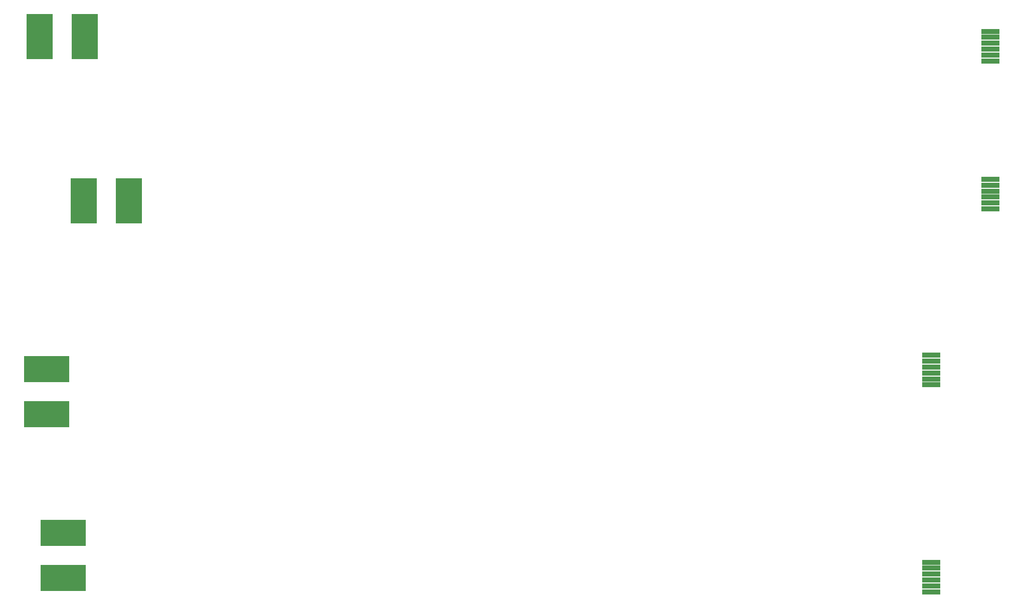
<source format=gts>
G04 (created by PCBNEW-RS274X (2011-07-02 BZR 3034)-testing) date Wed 14 Dec 2011 03:10:35 PM CET*
G01*
G70*
G90*
%MOIN*%
G04 Gerber Fmt 3.4, Leading zero omitted, Abs format*
%FSLAX34Y34*%
G04 APERTURE LIST*
%ADD10C,0.006000*%
%ADD11R,0.122100X0.035500*%
%ADD12R,0.177500X0.098700*%
%ADD13R,0.098700X0.177500*%
G04 APERTURE END LIST*
G54D10*
G54D11*
X84843Y-13878D03*
X84843Y-13485D03*
X84843Y-13091D03*
X84843Y-12697D03*
X84843Y-12303D03*
X84843Y-11910D03*
X84843Y-23720D03*
X84843Y-23327D03*
X84843Y-22933D03*
X84843Y-22539D03*
X84843Y-22145D03*
X84843Y-21752D03*
X80906Y-35433D03*
X80906Y-35040D03*
X80906Y-34646D03*
X80906Y-34252D03*
X80906Y-33858D03*
X80906Y-33465D03*
X80906Y-49212D03*
X80906Y-48819D03*
X80906Y-48425D03*
X80906Y-48031D03*
X80906Y-47637D03*
X80906Y-47244D03*
G54D12*
X21654Y-11260D03*
X21654Y-12260D03*
X21654Y-13260D03*
X24654Y-11260D03*
X24654Y-12260D03*
X24654Y-13260D03*
X27559Y-24174D03*
X27559Y-23174D03*
X27559Y-22174D03*
X24559Y-24174D03*
X24559Y-23174D03*
X24559Y-22174D03*
G54D13*
X21122Y-37401D03*
X22122Y-37401D03*
X23122Y-37401D03*
X21122Y-34401D03*
X22122Y-34401D03*
X23122Y-34401D03*
X24193Y-45276D03*
X23193Y-45276D03*
X22193Y-45276D03*
X24193Y-48276D03*
X23193Y-48276D03*
X22193Y-48276D03*
M02*

</source>
